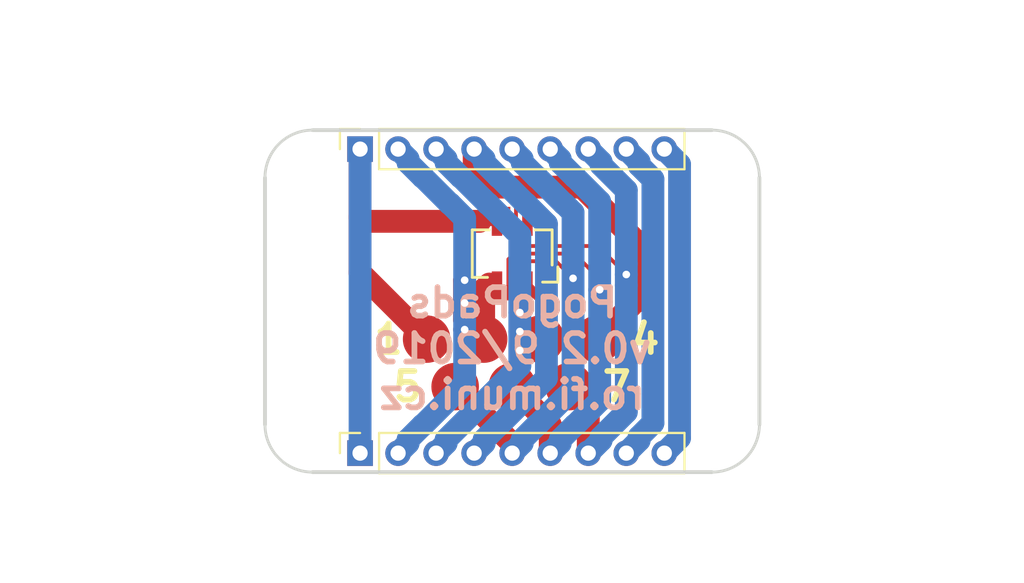
<source format=kicad_pcb>
(kicad_pcb (version 20221018) (generator pcbnew)
  (layers (0 "F.Cu" signal) (31 "B.Cu" signal) (34 "B.Paste" user) (35 "F.Paste" user) (36 "B.SilkS" user "B.Silkscreen") (37 "F.SilkS" user "F.Silkscreen") (38 "B.Mask" user) (39 "F.Mask" user) (44 "Edge.Cuts" user))
  (net 0 "")
  (net 1 "1")
  (net 2 "2")
  (net 3 "3")
  (net 4 "4")
  (net 5 "5")
  (net 6 "6")
  (net 7 "7")
  (net 8 "8")
  (net 9 "9")
  (net 10 "Net-(J4-Pad6)")
  (footprint "rofi:pogo_pads_4_3" (layer "F.Cu") (at 118.5 70)
    (fp_text reference "J3" hide)
    (fp_text value "POGO")
    (pad "1" smd circle (at -4.5 0) (size 2.5 2.5) (layers "F.Cu" "F.Paste" "F.Mask") (net 1 "1"))
    (pad "2" smd circle (at -1.5 0) (size 2.5 2.5) (layers "F.Cu" "F.Paste" "F.Mask") (net 2 "2"))
    (pad "3" smd circle (at 1.5 0) (size 2.5 2.5) (layers "F.Cu" "F.Paste" "F.Mask") (net 3 "3"))
    (pad "4" smd circle (at 4.5 0) (size 2.5 2.5) (layers "F.Cu" "F.Paste" "F.Mask") (net 4 "4"))
    (pad "5" smd circle (at -3 2.5) (size 2.5 2.5) (layers "F.Cu" "F.Paste" "F.Mask") (net 5 "5"))
    (pad "6" smd circle (at 0 2.5) (size 2.5 2.5) (layers "F.Cu" "F.Paste" "F.Mask") (net 6 "6"))
    (pad "7" smd circle (at 3 2.5) (size 2.5 2.5) (layers "F.Cu" "F.Paste" "F.Mask") (net 7 "7"))
  )
  (footprint "MountingHole:MountingHole_2mm" (layer "F.Cu") (at 129.2 68)
    (fp_text reference "H1" hide)
    (fp_text value "MountingHole")
    (pad "" np_thru_hole circle (at 0 0) (size 2 2) (drill 2) (layers "*.Cu" "*.Mask"))
  )
  (footprint "MountingHole:MountingHole_2mm" (layer "F.Cu") (at 107.8 67.9)
    (fp_text reference "H2" hide)
    (fp_text value "MountingHole")
    (pad "" np_thru_hole circle (at 0 0) (size 2 2) (drill 2) (layers "*.Cu" "*.Mask"))
  )
  (footprint "Connector_PinSocket_2.00mm:PinSocket_1x09_P2.00mm_Vertical" (layer "F.Cu") (at 110.5 76 90)
    (fp_text reference "J1" hide)
    (fp_text value "IN")
    (fp_line (start -1.06 1) (end -1.06 17.06) (stroke (width 0.12)) (layer "F.SilkS"))
    (fp_line (start -1.06 1) (end 1.06 1) (stroke (width 0.12)) (layer "F.SilkS"))
    (fp_line (start -1.06 17.06) (end 1.06 17.06) (stroke (width 0.12)) (layer "F.SilkS"))
    (fp_line (start 0 -1.06) (end 1.06 -1.06) (stroke (width 0.12)) (layer "F.SilkS"))
    (fp_line (start 1.06 -1.06) (end 1.06 0) (stroke (width 0.12)) (layer "F.SilkS"))
    (fp_line (start 1.06 1) (end 1.06 17.06) (stroke (width 0.12)) (layer "F.SilkS"))
    (pad "1" thru_hole rect (at 0 0 90) (size 1.35 1.35) (drill 0.8) (layers "*.Cu" "*.Mask") (net 1 "1"))
    (pad "2" thru_hole oval (at 0 2 90) (size 1.35 1.35) (drill 0.8) (layers "*.Cu" "*.Mask") (net 2 "2"))
    (pad "3" thru_hole oval (at 0 4 90) (size 1.35 1.35) (drill 0.8) (layers "*.Cu" "*.Mask") (net 3 "3"))
    (pad "4" thru_hole oval (at 0 6 90) (size 1.35 1.35) (drill 0.8) (layers "*.Cu" "*.Mask") (net 4 "4"))
    (pad "5" thru_hole oval (at 0 8 90) (size 1.35 1.35) (drill 0.8) (layers "*.Cu" "*.Mask") (net 5 "5"))
    (pad "6" thru_hole oval (at 0 10 90) (size 1.35 1.35) (drill 0.8) (layers "*.Cu" "*.Mask") (net 6 "6"))
    (pad "7" thru_hole oval (at 0 12 90) (size 1.35 1.35) (drill 0.8) (layers "*.Cu" "*.Mask") (net 7 "7"))
    (pad "8" thru_hole oval (at 0 14 90) (size 1.35 1.35) (drill 0.8) (layers "*.Cu" "*.Mask") (net 8 "8"))
    (pad "9" thru_hole oval (at 0 16 90) (size 1.35 1.35) (drill 0.8) (layers "*.Cu" "*.Mask") (net 9 "9"))
  )
  (footprint "Connector_PinSocket_2.00mm:PinSocket_1x09_P2.00mm_Vertical" (layer "F.Cu") (at 110.5 60 90)
    (fp_text reference "J2" hide)
    (fp_text value "OUT")
    (fp_line (start -1.06 1) (end -1.06 17.06) (stroke (width 0.12)) (layer "F.SilkS"))
    (fp_line (start -1.06 1) (end 1.06 1) (stroke (width 0.12)) (layer "F.SilkS"))
    (fp_line (start -1.06 17.06) (end 1.06 17.06) (stroke (width 0.12)) (layer "F.SilkS"))
    (fp_line (start 0 -1.06) (end 1.06 -1.06) (stroke (width 0.12)) (layer "F.SilkS"))
    (fp_line (start 1.06 -1.06) (end 1.06 0) (stroke (width 0.12)) (layer "F.SilkS"))
    (fp_line (start 1.06 1) (end 1.06 17.06) (stroke (width 0.12)) (layer "F.SilkS"))
    (pad "1" thru_hole rect (at 0 0 90) (size 1.35 1.35) (drill 0.8) (layers "*.Cu" "*.Mask") (net 1 "1"))
    (pad "2" thru_hole oval (at 0 2 90) (size 1.35 1.35) (drill 0.8) (layers "*.Cu" "*.Mask") (net 2 "2"))
    (pad "3" thru_hole oval (at 0 4 90) (size 1.35 1.35) (drill 0.8) (layers "*.Cu" "*.Mask") (net 3 "3"))
    (pad "4" thru_hole oval (at 0 6 90) (size 1.35 1.35) (drill 0.8) (layers "*.Cu" "*.Mask") (net 4 "4"))
    (pad "5" thru_hole oval (at 0 8 90) (size 1.35 1.35) (drill 0.8) (layers "*.Cu" "*.Mask") (net 5 "5"))
    (pad "6" thru_hole oval (at 0 10 90) (size 1.35 1.35) (drill 0.8) (layers "*.Cu" "*.Mask") (net 6 "6"))
    (pad "7" thru_hole oval (at 0 12 90) (size 1.35 1.35) (drill 0.8) (layers "*.Cu" "*.Mask") (net 7 "7"))
    (pad "8" thru_hole oval (at 0 14 90) (size 1.35 1.35) (drill 0.8) (layers "*.Cu" "*.Mask") (net 8 "8"))
    (pad "9" thru_hole oval (at 0 16 90) (size 1.35 1.35) (drill 0.8) (layers "*.Cu" "*.Mask") (net 9 "9"))
  )
  (footprint "rofi:molex-505004-0812" (layer "F.Cu") (at 118.5 65.5 180)
    (fp_text reference "J4" hide)
    (fp_text value "Molex")
    (fp_line (start -2.4 -1.5) (end -2.4 -0.7) (stroke (width 0.15)) (layer "F.SilkS"))
    (fp_line (start -2.1 -0.6) (end -2.1 1.25) (stroke (width 0.15)) (layer "F.SilkS"))
    (fp_line (start -2.1 1.25) (end -1.2 1.25) (stroke (width 0.15)) (layer "F.SilkS"))
    (fp_line (start -1.6 -1.5) (end -2.4 -1.5) (stroke (width 0.15)) (layer "F.SilkS"))
    (fp_line (start 1.2 1.25) (end 2.1 1.25) (stroke (width 0.15)) (layer "F.SilkS"))
    (fp_line (start 2.1 -1.25) (end 1.3 -1.25) (stroke (width 0.15)) (layer "F.SilkS"))
    (fp_line (start 2.1 1.25) (end 2.1 -1.25) (stroke (width 0.15)) (layer "F.SilkS"))
    (pad "1" smd rect (at -0.8 -1.7 180) (size 0.55 1.524) (layers "F.Cu" "F.Paste" "F.Mask") (net 3 "3"))
    (pad "2" smd rect (at -0.8 1.7 180) (size 0.55 1.524) (layers "F.Cu" "F.Paste" "F.Mask") (net 4 "4"))
    (pad "3" smd rect (at -0.2 -1.7 180) (size 0.2 1.524) (layers "F.Cu" "F.Paste" "F.Mask") (net 5 "5"))
    (pad "4" smd rect (at -0.2 1.7 180) (size 0.2 1.524) (layers "F.Cu" "F.Paste" "F.Mask") (net 7 "7"))
    (pad "5" smd rect (at 0.2 -1.7 180) (size 0.2 1.524) (layers "F.Cu" "F.Paste" "F.Mask") (net 6 "6"))
    (pad "6" smd rect (at 0.2 1.7 180) (size 0.2 1.524) (layers "F.Cu" "F.Paste" "F.Mask") (net 10 "Net-(J4-Pad6)"))
    (pad "7" smd rect (at 0.8 -1.7 180) (size 0.55 1.524) (layers "F.Cu" "F.Paste" "F.Mask") (net 2 "2"))
    (pad "8" smd rect (at 0.8 1.7 180) (size 0.55 1.524) (layers "F.Cu" "F.Paste" "F.Mask") (net 1 "1"))
  )
  (gr_line (start 108 59) (end 129 59) (stroke (width 0.2)) (layer "Edge.Cuts"))
  (gr_arc (start 105.5 61.5) (mid 106.232233 59.732233) (end 108 59) (stroke (width 0.15)) (layer "Edge.Cuts"))
  (gr_line (start 108 77) (end 129 77) (stroke (width 0.2)) (layer "Edge.Cuts"))
  (gr_arc (start 129 59) (mid 130.767767 59.732233) (end 131.5 61.5) (stroke (width 0.15)) (layer "Edge.Cuts"))
  (gr_arc (start 108 77) (mid 106.232233 76.267767) (end 105.5 74.5) (stroke (width 0.15)) (layer "Edge.Cuts"))
  (gr_line (start 105.5 61.5) (end 105.5 74.5) (stroke (width 0.2)) (layer "Edge.Cuts"))
  (gr_arc (start 131.5 74.5) (mid 130.767767 76.267767) (end 129 77) (stroke (width 0.15)) (layer "Edge.Cuts"))
  (gr_line (start 131.5 74.5) (end 131.5 61.5) (stroke (width 0.2)) (layer "Edge.Cuts"))
  (gr_text "PogoPads\nv0.2 9/2019\nro.fi.muni.cz" (at 118.5 70.5) (layer "B.SilkS") (effects (font (size 1.5 1.5) (thickness 0.3)) (justify mirror)))
  (gr_text "1" (at 112 70) (layer "F.SilkS") (effects (font (size 1.5 1.5) (thickness 0.3))))
  (gr_text "4" (at 125.5 70) (layer "F.SilkS") (effects (font (size 1.5 1.5) (thickness 0.3))))
  (gr_text "5" (at 113 72.5) (layer "F.SilkS") (effects (font (size 1.5 1.5) (thickness 0.3))))
  (gr_text "7" (at 124 72.5) (layer "F.SilkS") (effects (font (size 1.5 1.5) (thickness 0.3))))
  (segment (start 110.5 66.5) (end 114 70) (width 1.2) (layer "F.Cu") (net 1))
  (segment (start 110.725 63.8) (end 110.5 63.575) (width 1.2) (layer "F.Cu") (net 1))
  (segment (start 110.5 63.575) (end 110.5 60.8) (width 1.2) (layer "F.Cu") (net 1))
  (segment (start 116.8 63.8) (end 117.7 63.8) (width 0.5) (layer "F.Cu") (net 1))
  (segment (start 116.8 63.8) (end 110.725 63.8) (width 1.2) (layer "F.Cu") (net 1))
  (segment (start 110.5 63.575) (end 110.5 66.5) (width 1.2) (layer "F.Cu") (net 1))
  (segment (start 110.5 60) (end 110.5 76) (width 1.2) (layer "B.Cu") (net 1))
  (segment (start 116.000002 69.000002) (end 116.000002 66.900002) (width 1.2) (layer "F.Cu") (net 2))
  (segment (start 117 67.9) (end 117.7 67.2) (width 0.5) (layer "F.Cu") (net 2))
  (segment (start 116.000002 66.900002) (end 116 66.9) (width 1.2) (layer "F.Cu") (net 2))
  (segment (start 116.000002 68.1) (end 116.000002 69.000002) (width 1.2) (layer "F.Cu") (net 2))
  (segment (start 116.5 70) (end 116 69.5) (width 1.2) (layer "F.Cu") (net 2))
  (segment (start 116.000002 68.1) (end 116.000002 66.900002) (width 1.2) (layer "F.Cu") (net 2))
  (segment (start 117 67.4) (end 117 70) (width 1.2) (layer "F.Cu") (net 2))
  (segment (start 117 69.743998) (end 117 70) (width 1.5) (layer "F.Cu") (net 2))
  (segment (start 116.000002 69.000002) (end 117 70) (width 1.2) (layer "F.Cu") (net 2))
  (segment (start 117.3 67.1) (end 117 67.4) (width 1.2) (layer "F.Cu") (net 2))
  (segment (start 117 69.454594) (end 117 70) (width 1.5) (layer "F.Cu") (net 2))
  (segment (start 117 70) (end 116.5 70) (width 1.2) (layer "F.Cu") (net 2))
  (via (at 116.000002 68.1) (size 0.8) (drill 0.4) (layers "F.Cu" "B.Cu") (net 2))
  (via (at 116 69.5) (size 0.8) (drill 0.4) (layers "F.Cu" "B.Cu") (net 2))
  (via (at 116 66.9) (size 0.8) (drill 0.4) (layers "F.Cu" "B.Cu") (net 2))
  (segment (start 115.212096 62.875011) (end 115.232184 62.875011) (width 1.2) (layer "B.Cu") (net 2))
  (segment (start 113.024999 75.475001) (end 112.5 76) (width 1.2) (layer "B.Cu") (net 2))
  (segment (start 116 72.337086) (end 113.812087 74.524999) (width 1.2) (layer "B.Cu") (net 2))
  (segment (start 113.024999 60.524999) (end 113.024999 60.708001) (width 1.2) (layer "B.Cu") (net 2))
  (segment (start 113.791999 61.475001) (end 113.812086 61.475001) (width 1.2) (layer "B.Cu") (net 2))
  (segment (start 115.232184 62.875011) (end 116 63.642827) (width 1.2) (layer "B.Cu") (net 2))
  (segment (start 113.024999 75.291999) (end 113.024999 75.475001) (width 1.2) (layer "B.Cu") (net 2))
  (segment (start 116 63.642827) (end 116 69.5) (width 1.2) (layer "B.Cu") (net 2))
  (segment (start 113.812086 61.475001) (end 115.212096 62.875011) (width 1.2) (layer "B.Cu") (net 2))
  (segment (start 116 69.5) (end 116 72.337086) (width 1.2) (layer "B.Cu") (net 2))
  (segment (start 113.812087 74.524999) (end 113.791999 74.524999) (width 1.2) (layer "B.Cu") (net 2))
  (segment (start 113.791999 74.524999) (end 113.024999 75.291999) (width 1.2) (layer "B.Cu") (net 2))
  (segment (start 113.024999 60.708001) (end 113.791999 61.475001) (width 1.2) (layer "B.Cu") (net 2))
  (segment (start 112.5 60) (end 113.024999 60.524999) (width 1.2) (layer "B.Cu") (net 2))
  (segment (start 119.3 70) (end 118.89994 69.59994) (width 0.5) (layer "F.Cu") (net 3))
  (segment (start 120 69.7) (end 118.89994 68.59994) (width 0.5) (layer "F.Cu") (net 3))
  (segment (start 120 70) (end 119.3 70) (width 0.5) (layer "F.Cu") (net 3))
  (segment (start 120 70) (end 120 67.9) (width 0.5) (layer "F.Cu") (net 3))
  (segment (start 119.5 70) (end 118.9 70.6) (width 0.5) (layer "F.Cu") (net 3))
  (segment (start 120 67.9) (end 119.3 67.2) (width 0.5) (layer "F.Cu") (net 3))
  (segment (start 120 70) (end 120 69.7) (width 0.5) (layer "F.Cu") (net 3))
  (segment (start 120 70) (end 119.5 70) (width 0.5) (layer "F.Cu") (net 3))
  (segment (start 120 70) (end 120 69.743998) (width 1.5) (layer "F.Cu") (net 3))
  (via (at 118.89994 68.59994) (size 0.8) (drill 0.4) (layers "F.Cu" "B.Cu") (net 3))
  (via (at 118.89994 69.59994) (size 0.8) (drill 0.4) (layers "F.Cu" "B.Cu") (net 3))
  (via (at 118.9 70.6) (size 0.8) (drill 0.4) (layers "F.Cu" "B.Cu") (net 3))
  (segment (start 118.89994 68.59994) (end 118.89994 64.522679) (width 1.2) (layer "B.Cu") (net 3))
  (segment (start 118.89994 64.522679) (end 118.652282 64.275021) (width 1.2) (layer "B.Cu") (net 3))
  (segment (start 118.632193 64.275021) (end 117.232184 62.875011) (width 1.2) (layer "B.Cu") (net 3))
  (segment (start 115.812086 61.475001) (end 115.791999 61.475001) (width 1.2) (layer "B.Cu") (net 3))
  (segment (start 117.212096 62.875011) (end 115.812086 61.475001) (width 1.2) (layer "B.Cu") (net 3))
  (segment (start 115.024999 75.475001) (end 115.024999 75.291999) (width 1.2) (layer "B.Cu") (net 3))
  (segment (start 115.024999 75.291999) (end 118.89994 71.417058) (width 1.2) (layer "B.Cu") (net 3))
  (segment (start 118.89994 69.59994) (end 118.89994 68.59994) (width 1.2) (layer "B.Cu") (net 3))
  (segment (start 118.89994 71.417058) (end 118.89994 69.59994) (width 1.2) (layer "B.Cu") (net 3))
  (segment (start 115.024999 60.708001) (end 115.024999 60.524999) (width 1.2) (layer "B.Cu") (net 3))
  (segment (start 114.5 76) (end 115.024999 75.475001) (width 1.2) (layer "B.Cu") (net 3))
  (segment (start 117.232184 62.875011) (end 117.212096 62.875011) (width 1.2) (layer "B.Cu") (net 3))
  (segment (start 115.024999 60.524999) (end 114.5 60) (width 1.2) (layer "B.Cu") (net 3))
  (segment (start 118.652282 64.275021) (end 118.632193 64.275021) (width 1.2) (layer "B.Cu") (net 3))
  (segment (start 115.791999 61.475001) (end 115.024999 60.708001) (width 1.2) (layer "B.Cu") (net 3))
  (segment (start 119.3 63.8) (end 119.3 62) (width 0.5) (layer "F.Cu") (net 4))
  (segment (start 125.5 67.5) (end 123 70) (width 1.2) (layer "F.Cu") (net 4))
  (segment (start 116.5 60) (end 116.5 61) (width 1.2) (layer "F.Cu") (net 4))
  (segment (start 122.176002 62) (end 125.5 65.323998) (width 1.2) (layer "F.Cu") (net 4))
  (segment (start 117.5 62) (end 119.3 62) (width 1.2) (layer "F.Cu") (net 4))
  (segment (start 116.5 61) (end 117.5 62) (width 1.2) (layer "F.Cu") (net 4))
  (segment (start 125.5 65.323998) (end 125.5 67.5) (width 1.2) (layer "F.Cu") (net 4))
  (segment (start 119.3 62) (end 122.176002 62) (width 1.2) (layer "F.Cu") (net 4))
  (segment (start 120.29995 72.057222) (end 119.232183 73.124989) (width 1.2) (layer "B.Cu") (net 4))
  (segment (start 117.812086 61.475001) (end 119.212096 62.875011) (width 1.2) (layer "B.Cu") (net 4))
  (segment (start 116.5 60) (end 117.024999 60.524999) (width 1.2) (layer "B.Cu") (net 4))
  (segment (start 119.232183 73.124989) (end 119.212096 73.124989) (width 1.2) (layer "B.Cu") (net 4))
  (segment (start 119.232184 62.875011) (end 120.29995 63.942777) (width 1.2) (layer "B.Cu") (net 4))
  (segment (start 117.024999 60.708001) (end 117.791999 61.475001) (width 1.2) (layer "B.Cu") (net 4))
  (segment (start 117.791999 61.475001) (end 117.812086 61.475001) (width 1.2) (layer "B.Cu") (net 4))
  (segment (start 117.024999 60.524999) (end 117.024999 60.708001) (width 1.2) (layer "B.Cu") (net 4))
  (segment (start 119.212096 73.124989) (end 117.812086 74.524999) (width 1.2) (layer "B.Cu") (net 4))
  (segment (start 117.024999 75.475001) (end 116.5 76) (width 1.2) (layer "B.Cu") (net 4))
  (segment (start 117.024999 75.291999) (end 117.024999 75.475001) (width 1.2) (layer "B.Cu") (net 4))
  (segment (start 117.812086 74.524999) (end 117.791999 74.524999) (width 1.2) (layer "B.Cu") (net 4))
  (segment (start 119.212096 62.875011) (end 119.232184 62.875011) (width 1.2) (layer "B.Cu") (net 4))
  (segment (start 120.29995 63.942777) (end 120.29995 72.057222) (width 1.2) (layer "B.Cu") (net 4))
  (segment (start 117.791999 74.524999) (end 117.024999 75.291999) (width 1.2) (layer "B.Cu") (net 4))
  (segment (start 119.022998 65.9) (end 120.8 65.9) (width 0.2) (layer "F.Cu") (net 5))
  (segment (start 118.7 67.2) (end 118.7 66.222998) (width 0.2) (layer "F.Cu") (net 5))
  (segment (start 118.7 66.222998) (end 119.022998 65.9) (width 0.2) (layer "F.Cu") (net 5))
  (segment (start 120.8 65.9) (end 121.7 66.8) (width 0.2) (layer "F.Cu") (net 5))
  (segment (start 115.5 72.5) (end 118.5 75.5) (width 1.2) (layer "F.Cu") (net 5))
  (via (at 121.7 66.8) (size 0.8) (drill 0.4) (layers "F.Cu" "B.Cu") (net 5))
  (segment (start 119.024999 75.475001) (end 118.5 76) (width 1.2) (layer "B.Cu") (net 5))
  (segment (start 121.69996 63.342787) (end 121.69996 72.657213) (width 1.2) (layer "B.Cu") (net 5))
  (segment (start 121.232184 73.124989) (end 121.212096 73.124989) (width 1.2) (layer "B.Cu") (net 5))
  (segment (start 121.69996 72.657213) (end 121.232184 73.124989) (width 1.2) (layer "B.Cu") (net 5))
  (segment (start 121.212096 62.875011) (end 121.232184 62.875011) (width 1.2) (layer "B.Cu") (net 5))
  (segment (start 118.5 60) (end 119.024999 60.524999) (width 1.2) (layer "B.Cu") (net 5))
  (segment (start 119.024999 75.291999) (end 119.024999 75.475001) (width 1.2) (layer "B.Cu") (net 5))
  (segment (start 119.812086 74.524999) (end 119.791999 74.524999) (width 1.2) (layer "B.Cu") (net 5))
  (segment (start 121.212096 73.124989) (end 119.812086 74.524999) (width 1.2) (layer "B.Cu") (net 5))
  (segment (start 119.791999 61.475001) (end 119.812086 61.475001) (width 1.2) (layer "B.Cu") (net 5))
  (segment (start 119.812086 61.475001) (end 121.212096 62.875011) (width 1.2) (layer "B.Cu") (net 5))
  (segment (start 119.024999 60.708001) (end 119.791999 61.475001) (width 1.2) (layer "B.Cu") (net 5))
  (segment (start 121.232184 62.875011) (end 121.69996 63.342787) (width 1.2) (layer "B.Cu") (net 5))
  (segment (start 119.024999 60.524999) (end 119.024999 60.708001) (width 1.2) (layer "B.Cu") (net 5))
  (segment (start 119.791999 74.524999) (end 119.024999 75.291999) (width 1.2) (layer "B.Cu") (net 5))
  (segment (start 118.3 67.2) (end 118.3 65.8) (width 0.2) (layer "F.Cu") (net 6))
  (segment (start 120.5 74.5) (end 120.5 76) (width 1.2) (layer "F.Cu") (net 6))
  (segment (start 123.09997 66.834285) (end 123.09997 67.39997) (width 0.2) (layer "F.Cu") (net 6))
  (segment (start 118.5 72.5) (end 120.5 74.5) (width 1.2) (layer "F.Cu") (net 6))
  (segment (start 118.5 72.5) (end 118.5 72.756002) (width 1.5) (layer "F.Cu") (net 6))
  (segment (start 121.765685 65.5) (end 123.09997 66.834285) (width 0.2) (layer "F.Cu") (net 6))
  (segment (start 118.6 65.5) (end 121.765685 65.5) (width 0.2) (layer "F.Cu") (net 6))
  (segment (start 118.3 65.8) (end 118.6 65.5) (width 0.2) (layer "F.Cu") (net 6))
  (via (at 123.09997 67.39997) (size 0.8) (drill 0.4) (layers "F.Cu" "B.Cu") (net 6))
  (segment (start 123.09997 62.762885) (end 123.09997 67.39997) (width 1.2) (layer "B.Cu") (net 6))
  (segment (start 120.5 60) (end 121.024999 60.524999) (width 1.2) (layer "B.Cu") (net 6))
  (segment (start 121.791999 74.524999) (end 121.024999 75.291999) (width 1.2) (layer "B.Cu") (net 6))
  (segment (start 121.024999 60.708001) (end 121.791999 61.475001) (width 1.2) (layer "B.Cu") (net 6))
  (segment (start 123.09997 73.237115) (end 121.812086 74.524999) (width 1.2) (layer "B.Cu") (net 6))
  (segment (start 121.024999 75.291999) (end 121.024999 75.475001) (width 1.2) (layer "B.Cu") (net 6))
  (segment (start 121.024999 75.475001) (end 120.5 76) (width 1.2) (layer "B.Cu") (net 6))
  (segment (start 121.812086 61.475001) (end 123.09997 62.762885) (width 1.2) (layer "B.Cu") (net 6))
  (segment (start 123.09997 67.39997) (end 123.09997 73.237115) (width 1.2) (layer "B.Cu") (net 6))
  (segment (start 121.791999 61.475001) (end 121.812086 61.475001) (width 1.2) (layer "B.Cu") (net 6))
  (segment (start 121.812086 74.524999) (end 121.791999 74.524999) (width 1.2) (layer "B.Cu") (net 6))
  (segment (start 121.024999 60.524999) (end 121.024999 60.708001) (width 1.2) (layer "B.Cu") (net 6))
  (segment (start 122.5 73.5) (end 122.5 76) (width 1.2) (layer "F.Cu") (net 7))
  (segment (start 124.099981 66.199947) (end 124.49998 66.599946) (width 0.2) (layer "F.Cu") (net 7))
  (segment (start 121.5 72.5) (end 122.5 73.5) (width 1.2) (layer "F.Cu") (net 7))
  (segment (start 119.038 65.1) (end 123.000034 65.1) (width 0.2) (layer "F.Cu") (net 7))
  (segment (start 123.000034 65.1) (end 124.099981 66.199947) (width 0.2) (layer "F.Cu") (net 7))
  (segment (start 118.7 63.8) (end 118.7 64.762) (width 0.2) (layer "F.Cu") (net 7))
  (segment (start 118.7 64.762) (end 119.038 65.1) (width 0.2) (layer "F.Cu") (net 7))
  (via (at 124.49998 66.599946) (size 0.8) (drill 0.4) (layers "F.Cu" "B.Cu") (net 7))
  (segment (start 122.5 60) (end 123.174999 60.674999) (width 1.2) (layer "B.Cu") (net 7))
  (segment (start 124.49998 66.034261) (end 124.49998 66.599946) (width 1.2) (layer "B.Cu") (net 7))
  (segment (start 123.174999 60.837913) (end 124.49998 62.162894) (width 1.2) (layer "B.Cu") (net 7))
  (segment (start 124.49998 67.165631) (end 124.49998 66.599946) (width 1.2) (layer "B.Cu") (net 7))
  (segment (start 124.49998 73.837105) (end 124.49998 67.165631) (width 1.2) (layer "B.Cu") (net 7))
  (segment (start 123.174999 75.325001) (end 123.174999 75.162086) (width 1.2) (layer "B.Cu") (net 7))
  (segment (start 124.49998 62.162894) (end 124.49998 66.034261) (width 1.2) (layer "B.Cu") (net 7))
  (segment (start 122.5 76) (end 123.174999 75.325001) (width 1.2) (layer "B.Cu") (net 7))
  (segment (start 123.174999 75.162086) (end 124.49998 73.837105) (width 1.2) (layer "B.Cu") (net 7))
  (segment (start 123.174999 60.674999) (end 123.174999 60.837913) (width 1.2) (layer "B.Cu") (net 7))
  (segment (start 124.5 60) (end 125.174999 60.674999) (width 1.2) (layer "B.Cu") (net 8))
  (segment (start 125.90001 74.416989) (end 125.174999 75.142) (width 1.2) (layer "B.Cu") (net 8))
  (segment (start 125.174999 60.674999) (end 125.174999 60.857999) (width 1.2) (layer "B.Cu") (net 8))
  (segment (start 125.174999 75.325001) (end 124.5 76) (width 1.2) (layer "B.Cu") (net 8))
  (segment (start 125.174999 75.142) (end 125.174999 75.325001) (width 1.2) (layer "B.Cu") (net 8))
  (segment (start 125.90001 61.58301) (end 125.90001 74.416989) (width 1.2) (layer "B.Cu") (net 8))
  (segment (start 125.174999 60.857999) (end 125.90001 61.58301) (width 1.2) (layer "B.Cu") (net 8))
  (segment (start 127.174999 75.325001) (end 126.5 76) (width 1.2) (layer "B.Cu") (net 9))
  (segment (start 126.5 60) (end 127.30002 60.80002) (width 1.2) (layer "B.Cu") (net 9))
  (segment (start 127.30002 60.80002) (end 127.30002 75.19998) (width 1.2) (layer "B.Cu") (net 9))
  (segment (start 127.30002 75.19998) (end 127.174999 75.325001) (width 1.2) (layer "B.Cu") (net 9))
)
</source>
